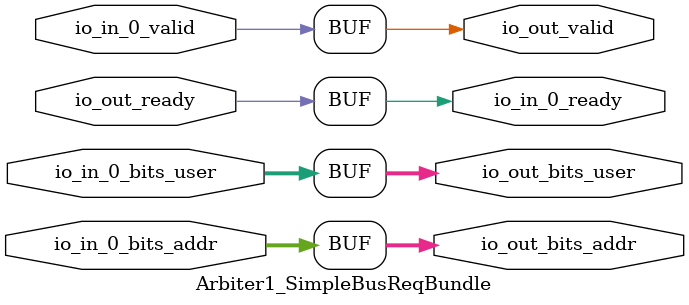
<source format=sv>
`ifndef RANDOMIZE
  `ifdef RANDOMIZE_MEM_INIT
    `define RANDOMIZE
  `endif // RANDOMIZE_MEM_INIT
`endif // not def RANDOMIZE
`ifndef RANDOMIZE
  `ifdef RANDOMIZE_REG_INIT
    `define RANDOMIZE
  `endif // RANDOMIZE_REG_INIT
`endif // not def RANDOMIZE

`ifndef RANDOM
  `define RANDOM $random
`endif // not def RANDOM

// Users can define INIT_RANDOM as general code that gets injected into the
// initializer block for modules with registers.
`ifndef INIT_RANDOM
  `define INIT_RANDOM
`endif // not def INIT_RANDOM

// If using random initialization, you can also define RANDOMIZE_DELAY to
// customize the delay used, otherwise 0.002 is used.
`ifndef RANDOMIZE_DELAY
  `define RANDOMIZE_DELAY 0.002
`endif // not def RANDOMIZE_DELAY

// Define INIT_RANDOM_PROLOG_ for use in our modules below.
`ifndef INIT_RANDOM_PROLOG_
  `ifdef RANDOMIZE
    `ifdef VERILATOR
      `define INIT_RANDOM_PROLOG_ `INIT_RANDOM
    `else  // VERILATOR
      `define INIT_RANDOM_PROLOG_ `INIT_RANDOM #`RANDOMIZE_DELAY begin end
    `endif // VERILATOR
  `else  // RANDOMIZE
    `define INIT_RANDOM_PROLOG_
  `endif // RANDOMIZE
`endif // not def INIT_RANDOM_PROLOG_

// Include register initializers in init blocks unless synthesis is set
`ifndef SYNTHESIS
  `ifndef ENABLE_INITIAL_REG_
    `define ENABLE_INITIAL_REG_
  `endif // not def ENABLE_INITIAL_REG_
`endif // not def SYNTHESIS

// Include rmemory initializers in init blocks unless synthesis is set
`ifndef SYNTHESIS
  `ifndef ENABLE_INITIAL_MEM_
    `define ENABLE_INITIAL_MEM_
  `endif // not def ENABLE_INITIAL_MEM_
`endif // not def SYNTHESIS

// Standard header to adapt well known macros for prints and assertions.

// Users can define 'PRINTF_COND' to add an extra gate to prints.
`ifndef PRINTF_COND_
  `ifdef PRINTF_COND
    `define PRINTF_COND_ (`PRINTF_COND)
  `else  // PRINTF_COND
    `define PRINTF_COND_ 1
  `endif // PRINTF_COND
`endif // not def PRINTF_COND_

// Users can define 'ASSERT_VERBOSE_COND' to add an extra gate to assert error printing.
`ifndef ASSERT_VERBOSE_COND_
  `ifdef ASSERT_VERBOSE_COND
    `define ASSERT_VERBOSE_COND_ (`ASSERT_VERBOSE_COND)
  `else  // ASSERT_VERBOSE_COND
    `define ASSERT_VERBOSE_COND_ 1
  `endif // ASSERT_VERBOSE_COND
`endif // not def ASSERT_VERBOSE_COND_

// Users can define 'STOP_COND' to add an extra gate to stop conditions.
`ifndef STOP_COND_
  `ifdef STOP_COND
    `define STOP_COND_ (`STOP_COND)
  `else  // STOP_COND
    `define STOP_COND_ 1
  `endif // STOP_COND
`endif // not def STOP_COND_

module Arbiter1_SimpleBusReqBundle(	// src/main/scala/chisel3/util/Arbiter.scala:133:7
  output        io_in_0_ready,	// src/main/scala/chisel3/util/Arbiter.scala:140:14
  input         io_in_0_valid,	// src/main/scala/chisel3/util/Arbiter.scala:140:14
  input  [31:0] io_in_0_bits_addr,	// src/main/scala/chisel3/util/Arbiter.scala:140:14
  input  [86:0] io_in_0_bits_user,	// src/main/scala/chisel3/util/Arbiter.scala:140:14
  input         io_out_ready,	// src/main/scala/chisel3/util/Arbiter.scala:140:14
  output        io_out_valid,	// src/main/scala/chisel3/util/Arbiter.scala:140:14
  output [31:0] io_out_bits_addr,	// src/main/scala/chisel3/util/Arbiter.scala:140:14
  output [86:0] io_out_bits_user	// src/main/scala/chisel3/util/Arbiter.scala:140:14
);

  assign io_in_0_ready = io_out_ready;	// src/main/scala/chisel3/util/Arbiter.scala:133:7
  assign io_out_valid = io_in_0_valid;	// src/main/scala/chisel3/util/Arbiter.scala:133:7
  assign io_out_bits_addr = io_in_0_bits_addr;	// src/main/scala/chisel3/util/Arbiter.scala:133:7
  assign io_out_bits_user = io_in_0_bits_user;	// src/main/scala/chisel3/util/Arbiter.scala:133:7
endmodule


</source>
